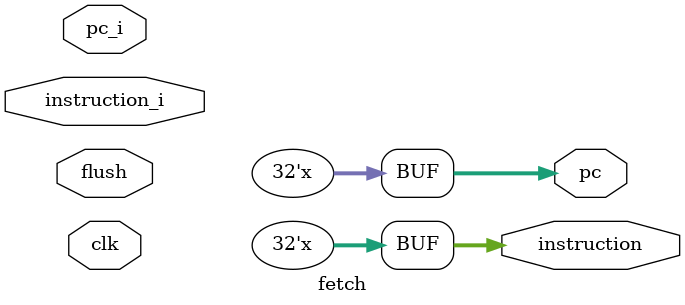
<source format=v>
module fetch(
    input [31:0] pc_i,
    input [31:0] instruction_i,
    input clk,
    input flush,
    output reg[31:0] pc,
    output reg[31:0] instruction
);

    always @(flush) begin
        if(flush) begin
            pc <= 32'bx;
            instruction  <= 32'bx;
        end 
    end
    
    always @(posedge clk) begin
        pc <= pc_i;
        instruction <= instruction_i;
    end

endmodule
</source>
